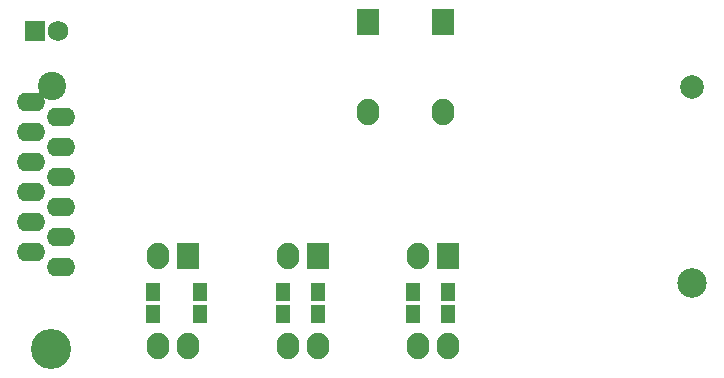
<source format=gbr>
G04 #@! TF.FileFunction,Soldermask,Bot*
%FSLAX46Y46*%
G04 Gerber Fmt 4.6, Leading zero omitted, Abs format (unit mm)*
G04 Created by KiCad (PCBNEW 4.0.4+e1-6308~48~ubuntu14.04.1-stable) date Sun Oct 16 10:35:48 2016*
%MOMM*%
%LPD*%
G01*
G04 APERTURE LIST*
%ADD10C,0.100000*%
%ADD11R,1.750000X1.750000*%
%ADD12C,1.750000*%
%ADD13O,2.400000X1.600000*%
%ADD14C,2.400000*%
%ADD15R,1.150000X1.600000*%
%ADD16R,1.924000X2.224000*%
%ADD17O,1.924000X2.224000*%
%ADD18C,2.500000*%
%ADD19C,2.000000*%
%ADD20C,3.400000*%
G04 APERTURE END LIST*
D10*
D11*
X154000000Y-93000000D03*
D12*
X156000000Y-93000000D03*
D13*
X153730000Y-99015000D03*
X156270000Y-100285000D03*
X153730000Y-101555000D03*
X156270000Y-102825000D03*
X153730000Y-104095000D03*
X156270000Y-105365000D03*
X153730000Y-106635000D03*
X156270000Y-107905000D03*
X153730000Y-109175000D03*
X156270000Y-110445000D03*
X153730000Y-111715000D03*
X156270000Y-112985000D03*
D14*
X155500000Y-97650000D03*
D15*
X189000000Y-115050000D03*
X189000000Y-116950000D03*
X186000000Y-115050000D03*
X186000000Y-116950000D03*
X168000000Y-115050000D03*
X168000000Y-116950000D03*
X164000000Y-115050000D03*
X164000000Y-116950000D03*
X178000000Y-115050000D03*
X178000000Y-116950000D03*
X175000000Y-115050000D03*
X175000000Y-116950000D03*
D16*
X188600000Y-92200000D03*
D17*
X188600000Y-99820000D03*
D16*
X182200000Y-92200000D03*
D17*
X182200000Y-99820000D03*
D16*
X167000000Y-112000000D03*
D17*
X167000000Y-119620000D03*
X164460000Y-112000000D03*
X164460000Y-119620000D03*
D16*
X178000000Y-112000000D03*
D17*
X178000000Y-119620000D03*
X175460000Y-112000000D03*
X175460000Y-119620000D03*
D16*
X189000000Y-112000000D03*
D17*
X189000000Y-119620000D03*
X186460000Y-112000000D03*
X186460000Y-119620000D03*
D18*
X209700000Y-114300000D03*
D19*
X209700000Y-97700000D03*
D20*
X155400000Y-119900000D03*
M02*

</source>
